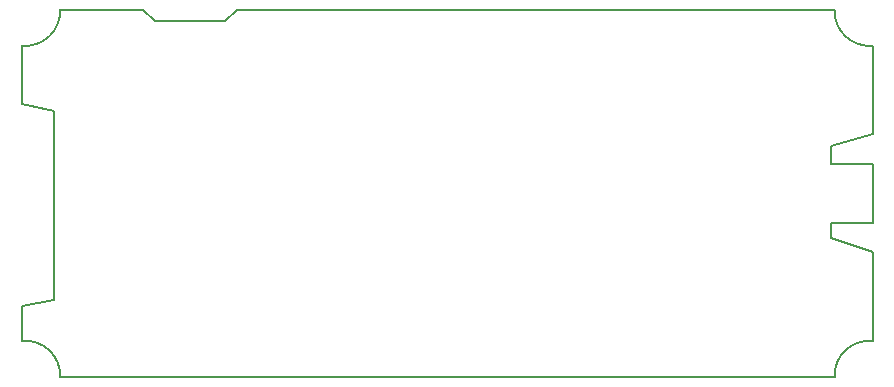
<source format=gbr>
G04 DipTrace 3.2.0.1*
G04 BoardOutline.gbr*
%MOIN*%
G04 #@! TF.FileFunction,Profile*
G04 #@! TF.Part,Single*
%ADD11C,0.005512*%
%FSLAX26Y26*%
G04*
G70*
G90*
G75*
G01*
G04 BoardOutline*
%LPD*%
X-1417323Y492126D2*
D11*
G03X-1290748Y612205I10924J115236D01*
G01*
X-1015157D1*
X-975787Y572835D1*
X-739567D1*
X-700197Y612205D1*
X-492126D1*
X133858D1*
X1290748D1*
G03X1417323Y492126I115651J-4843D01*
G01*
Y196850D1*
X1279488Y156872D1*
X1279528Y98425D1*
X1417323D1*
Y-98425D1*
X1279528D1*
X1279347Y-148512D1*
X1417323Y-196850D1*
Y-492126D1*
G03X1290748Y-612205I-10924J-115236D01*
G01*
X-1290748D1*
G03X-1417323Y-492126I-115651J4843D01*
G01*
Y-375984D1*
X-1310039Y-354331D1*
Y275591D1*
X-1417323Y297244D1*
Y492126D1*
M02*

</source>
